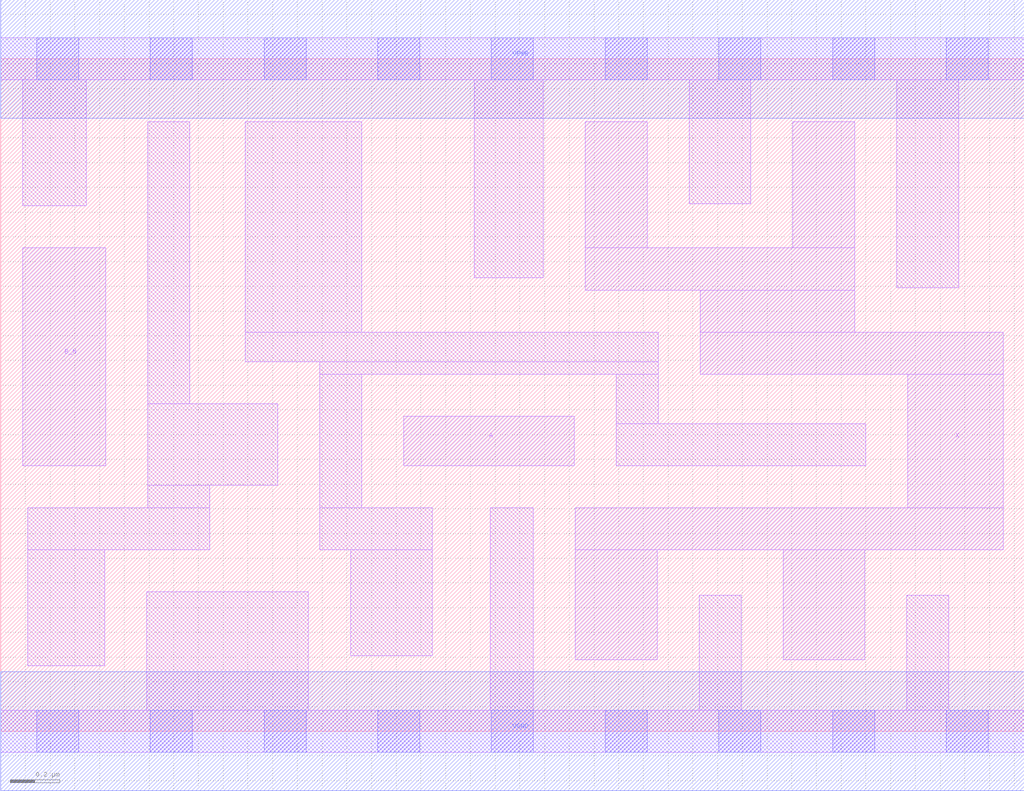
<source format=lef>
# Copyright 2020 The SkyWater PDK Authors
#
# Licensed under the Apache License, Version 2.0 (the "License");
# you may not use this file except in compliance with the License.
# You may obtain a copy of the License at
#
#     https://www.apache.org/licenses/LICENSE-2.0
#
# Unless required by applicable law or agreed to in writing, software
# distributed under the License is distributed on an "AS IS" BASIS,
# WITHOUT WARRANTIES OR CONDITIONS OF ANY KIND, either express or implied.
# See the License for the specific language governing permissions and
# limitations under the License.
#
# SPDX-License-Identifier: Apache-2.0

VERSION 5.7 ;
  NAMESCASESENSITIVE ON ;
  NOWIREEXTENSIONATPIN ON ;
  DIVIDERCHAR "/" ;
  BUSBITCHARS "[]" ;
UNITS
  DATABASE MICRONS 200 ;
END UNITS
MACRO sky130_fd_sc_hd__or2b_4
  CLASS CORE ;
  FOREIGN sky130_fd_sc_hd__or2b_4 ;
  ORIGIN  0.000000  0.000000 ;
  SIZE  4.140000 BY  2.720000 ;
  SYMMETRY X Y R90 ;
  SITE unithd ;
  PIN A
    ANTENNAGATEAREA  0.247500 ;
    DIRECTION INPUT ;
    USE SIGNAL ;
    PORT
      LAYER li1 ;
        RECT 1.630000 1.075000 2.320000 1.275000 ;
    END
  END A
  PIN B_N
    ANTENNAGATEAREA  0.126000 ;
    DIRECTION INPUT ;
    USE SIGNAL ;
    PORT
      LAYER li1 ;
        RECT 0.090000 1.075000 0.425000 1.955000 ;
    END
  END B_N
  PIN X
    ANTENNADIFFAREA  0.891000 ;
    DIRECTION OUTPUT ;
    USE SIGNAL ;
    PORT
      LAYER li1 ;
        RECT 2.325000 0.290000 2.655000 0.735000 ;
        RECT 2.325000 0.735000 4.055000 0.905000 ;
        RECT 2.365000 1.785000 3.455000 1.955000 ;
        RECT 2.365000 1.955000 2.615000 2.465000 ;
        RECT 2.830000 1.445000 4.055000 1.615000 ;
        RECT 2.830000 1.615000 3.455000 1.785000 ;
        RECT 3.165000 0.290000 3.495000 0.735000 ;
        RECT 3.205000 1.955000 3.455000 2.465000 ;
        RECT 3.670000 0.905000 4.055000 1.445000 ;
    END
  END X
  PIN VGND
    DIRECTION INOUT ;
    SHAPE ABUTMENT ;
    USE GROUND ;
    PORT
      LAYER met1 ;
        RECT 0.000000 -0.240000 4.140000 0.240000 ;
    END
  END VGND
  PIN VPWR
    DIRECTION INOUT ;
    SHAPE ABUTMENT ;
    USE POWER ;
    PORT
      LAYER met1 ;
        RECT 0.000000 2.480000 4.140000 2.960000 ;
    END
  END VPWR
  OBS
    LAYER li1 ;
      RECT 0.000000 -0.085000 4.140000 0.085000 ;
      RECT 0.000000  2.635000 4.140000 2.805000 ;
      RECT 0.090000  2.125000 0.345000 2.635000 ;
      RECT 0.110000  0.265000 0.420000 0.735000 ;
      RECT 0.110000  0.735000 0.845000 0.905000 ;
      RECT 0.590000  0.085000 1.245000 0.565000 ;
      RECT 0.595000  0.905000 0.845000 0.995000 ;
      RECT 0.595000  0.995000 1.120000 1.325000 ;
      RECT 0.595000  1.325000 0.765000 2.465000 ;
      RECT 0.990000  1.495000 2.660000 1.615000 ;
      RECT 0.990000  1.615000 1.460000 2.465000 ;
      RECT 1.290000  0.735000 1.745000 0.905000 ;
      RECT 1.290000  0.905000 1.460000 1.445000 ;
      RECT 1.290000  1.445000 2.660000 1.495000 ;
      RECT 1.415000  0.305000 1.745000 0.735000 ;
      RECT 1.915000  1.835000 2.195000 2.635000 ;
      RECT 1.980000  0.085000 2.155000 0.905000 ;
      RECT 2.490000  1.075000 3.500000 1.245000 ;
      RECT 2.490000  1.245000 2.660000 1.445000 ;
      RECT 2.785000  2.135000 3.035000 2.635000 ;
      RECT 2.825000  0.085000 2.995000 0.550000 ;
      RECT 3.625000  1.795000 3.875000 2.635000 ;
      RECT 3.665000  0.085000 3.835000 0.550000 ;
    LAYER mcon ;
      RECT 0.145000 -0.085000 0.315000 0.085000 ;
      RECT 0.145000  2.635000 0.315000 2.805000 ;
      RECT 0.605000 -0.085000 0.775000 0.085000 ;
      RECT 0.605000  2.635000 0.775000 2.805000 ;
      RECT 1.065000 -0.085000 1.235000 0.085000 ;
      RECT 1.065000  2.635000 1.235000 2.805000 ;
      RECT 1.525000 -0.085000 1.695000 0.085000 ;
      RECT 1.525000  2.635000 1.695000 2.805000 ;
      RECT 1.985000 -0.085000 2.155000 0.085000 ;
      RECT 1.985000  2.635000 2.155000 2.805000 ;
      RECT 2.445000 -0.085000 2.615000 0.085000 ;
      RECT 2.445000  2.635000 2.615000 2.805000 ;
      RECT 2.905000 -0.085000 3.075000 0.085000 ;
      RECT 2.905000  2.635000 3.075000 2.805000 ;
      RECT 3.365000 -0.085000 3.535000 0.085000 ;
      RECT 3.365000  2.635000 3.535000 2.805000 ;
      RECT 3.825000 -0.085000 3.995000 0.085000 ;
      RECT 3.825000  2.635000 3.995000 2.805000 ;
  END
END sky130_fd_sc_hd__or2b_4
END LIBRARY

</source>
